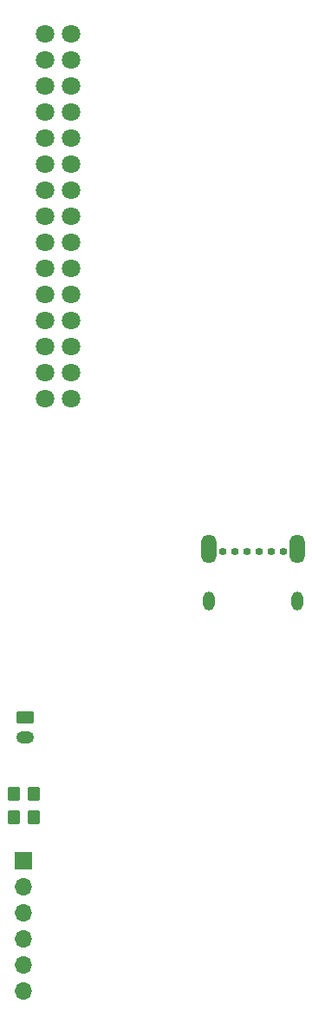
<source format=gbr>
%TF.GenerationSoftware,KiCad,Pcbnew,8.0.5*%
%TF.CreationDate,2024-09-26T19:22:18+05:30*%
%TF.ProjectId,AirOwl_v1,4169724f-776c-45f7-9631-2e6b69636164,rev?*%
%TF.SameCoordinates,Original*%
%TF.FileFunction,Soldermask,Top*%
%TF.FilePolarity,Negative*%
%FSLAX46Y46*%
G04 Gerber Fmt 4.6, Leading zero omitted, Abs format (unit mm)*
G04 Created by KiCad (PCBNEW 8.0.5) date 2024-09-26 19:22:18*
%MOMM*%
%LPD*%
G01*
G04 APERTURE LIST*
G04 Aperture macros list*
%AMRoundRect*
0 Rectangle with rounded corners*
0 $1 Rounding radius*
0 $2 $3 $4 $5 $6 $7 $8 $9 X,Y pos of 4 corners*
0 Add a 4 corners polygon primitive as box body*
4,1,4,$2,$3,$4,$5,$6,$7,$8,$9,$2,$3,0*
0 Add four circle primitives for the rounded corners*
1,1,$1+$1,$2,$3*
1,1,$1+$1,$4,$5*
1,1,$1+$1,$6,$7*
1,1,$1+$1,$8,$9*
0 Add four rect primitives between the rounded corners*
20,1,$1+$1,$2,$3,$4,$5,0*
20,1,$1+$1,$4,$5,$6,$7,0*
20,1,$1+$1,$6,$7,$8,$9,0*
20,1,$1+$1,$8,$9,$2,$3,0*%
G04 Aperture macros list end*
%ADD10RoundRect,0.250000X0.350000X0.450000X-0.350000X0.450000X-0.350000X-0.450000X0.350000X-0.450000X0*%
%ADD11R,1.700000X1.700000*%
%ADD12O,1.700000X1.700000*%
%ADD13O,1.152400X1.852400*%
%ADD14O,0.750000X0.750000*%
%ADD15O,1.500000X2.800000*%
%ADD16C,1.800000*%
%ADD17RoundRect,0.250000X-0.625000X0.350000X-0.625000X-0.350000X0.625000X-0.350000X0.625000X0.350000X0*%
%ADD18O,1.750000X1.200000*%
G04 APERTURE END LIST*
D10*
%TO.C,R2*%
X66600000Y-117400000D03*
X64600000Y-117400000D03*
%TD*%
%TO.C,R1*%
X66600000Y-119700000D03*
X64600000Y-119700000D03*
%TD*%
D11*
%TO.C,J2*%
X65600000Y-123900000D03*
D12*
X65600000Y-126440000D03*
X65600000Y-128980000D03*
X65600000Y-131520000D03*
X65600000Y-134060000D03*
X65600000Y-136600000D03*
%TD*%
D13*
%TO.C,J4*%
X83680000Y-98630000D03*
X92320000Y-98630000D03*
%TD*%
D14*
%TO.C,J1*%
X88600000Y-93750000D03*
X86200000Y-93750000D03*
X85000000Y-93750000D03*
X87400000Y-93750000D03*
X89800000Y-93750000D03*
X91000000Y-93750000D03*
D15*
X92330000Y-93520000D03*
X83670000Y-93520000D03*
%TD*%
D16*
%TO.C,U1*%
X67680014Y-78849581D03*
X67680014Y-76309581D03*
X67680014Y-73769581D03*
X67680014Y-71229581D03*
X67680014Y-68689581D03*
X67680014Y-66149581D03*
X67680014Y-63609581D03*
X67680014Y-61069581D03*
X67680014Y-58529581D03*
X67680014Y-55989581D03*
X67680014Y-53449581D03*
X67680014Y-50909581D03*
X67680014Y-48369581D03*
X67680014Y-45829581D03*
X67680014Y-43289581D03*
X70220014Y-78849581D03*
X70220014Y-76309581D03*
X70220014Y-73769581D03*
X70220014Y-71229581D03*
X70220014Y-68689581D03*
X70220014Y-66149581D03*
X70220014Y-63609581D03*
X70220014Y-61069581D03*
X70220014Y-58529581D03*
X70220014Y-55989581D03*
X70220014Y-53449581D03*
X70220014Y-50909581D03*
X70220014Y-48369581D03*
X70220014Y-45829581D03*
X70220014Y-43289581D03*
%TD*%
D17*
%TO.C,J3*%
X65700000Y-109900000D03*
D18*
X65700000Y-111900000D03*
%TD*%
M02*

</source>
